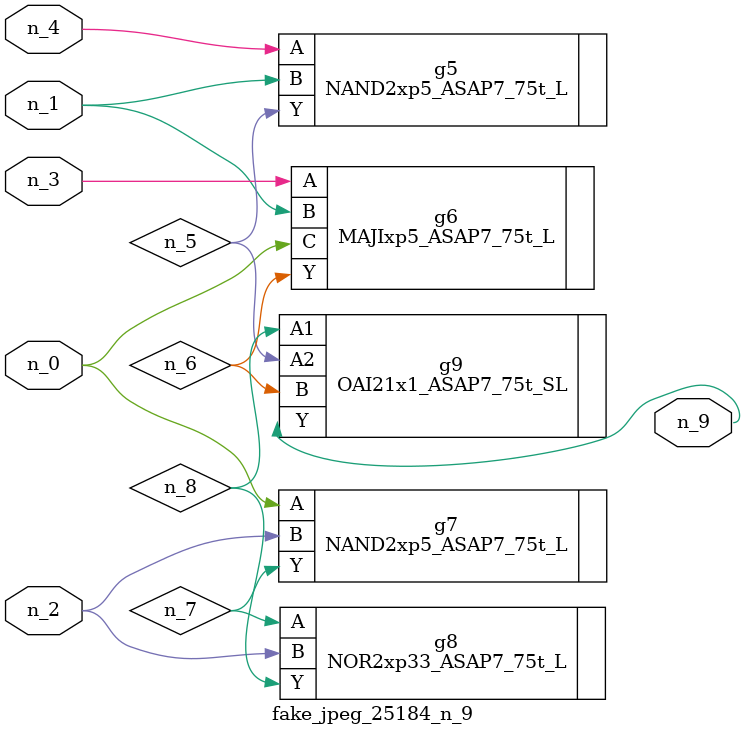
<source format=v>
module fake_jpeg_25184_n_9 (n_3, n_2, n_1, n_0, n_4, n_9);

input n_3;
input n_2;
input n_1;
input n_0;
input n_4;

output n_9;

wire n_8;
wire n_6;
wire n_5;
wire n_7;

NAND2xp5_ASAP7_75t_L g5 ( 
.A(n_4),
.B(n_1),
.Y(n_5)
);

MAJIxp5_ASAP7_75t_L g6 ( 
.A(n_3),
.B(n_1),
.C(n_0),
.Y(n_6)
);

NAND2xp5_ASAP7_75t_L g7 ( 
.A(n_0),
.B(n_2),
.Y(n_7)
);

NOR2xp33_ASAP7_75t_L g8 ( 
.A(n_7),
.B(n_2),
.Y(n_8)
);

OAI21x1_ASAP7_75t_SL g9 ( 
.A1(n_8),
.A2(n_5),
.B(n_6),
.Y(n_9)
);


endmodule
</source>
